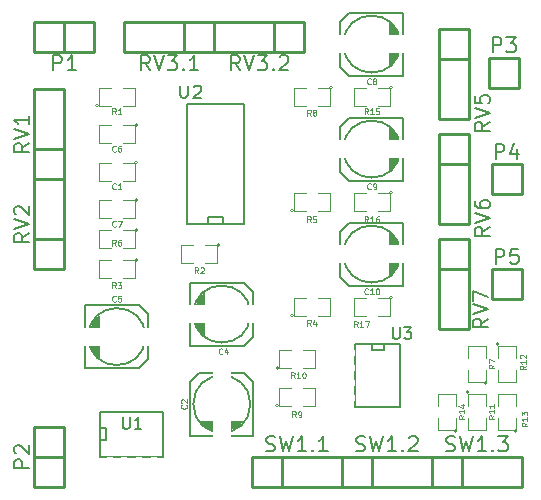
<source format=gto>
%FSLAX46Y46*%
G04 Gerber Fmt 4.6, Leading zero omitted, Abs format (unit mm)*
G04 Created by KiCad (PCBNEW (2014-08-06 BZR 5059)-product) date 24/08/2014 20:45:46*
%MOMM*%
G01*
G04 APERTURE LIST*
%ADD10C,0.100000*%
%ADD11C,0.099060*%
%ADD12C,0.127000*%
%ADD13C,0.254000*%
%ADD14C,0.203200*%
%ADD15C,0.109220*%
%ADD16C,0.119380*%
%ADD17C,0.150000*%
%ADD18R,0.889000X1.397000*%
%ADD19R,2.999740X1.600200*%
%ADD20R,2.032000X2.032000*%
%ADD21O,2.032000X2.032000*%
%ADD22R,2.235200X2.235200*%
%ADD23R,1.397000X0.889000*%
%ADD24R,2.032000X1.727200*%
%ADD25O,2.032000X1.727200*%
%ADD26R,1.727200X2.032000*%
%ADD27O,1.727200X2.032000*%
%ADD28R,1.600000X0.600000*%
%ADD29R,1.600200X2.999740*%
%ADD30R,0.600000X1.600000*%
%ADD31R,1.143000X0.508000*%
G04 APERTURE END LIST*
D10*
D11*
X99568000Y-57658000D02*
G75*
G03X99568000Y-57658000I-127000J0D01*
G74*
G01*
X98298000Y-57658000D02*
X99314000Y-57658000D01*
X99314000Y-57658000D02*
X99314000Y-59182000D01*
X99314000Y-59182000D02*
X98298000Y-59182000D01*
X97282000Y-59182000D02*
X96266000Y-59182000D01*
X96266000Y-59182000D02*
X96266000Y-57658000D01*
X96266000Y-57658000D02*
X97282000Y-57658000D01*
D12*
X104394000Y-69850000D02*
X104394000Y-71247000D01*
X104521000Y-69596000D02*
X104521000Y-71374000D01*
X104648000Y-69215000D02*
X104648000Y-71755000D01*
X104775000Y-71882000D02*
X104775000Y-69088000D01*
X104902000Y-68961000D02*
X104902000Y-72009000D01*
X105029000Y-72136000D02*
X105029000Y-68834000D01*
X105156000Y-68707000D02*
X105156000Y-72263000D01*
X109093000Y-70485000D02*
G75*
G03X109093000Y-70485000I-2413000J0D01*
G74*
G01*
X104013000Y-67818000D02*
X108585000Y-67818000D01*
X108585000Y-67818000D02*
X109347000Y-68580000D01*
X109347000Y-68580000D02*
X109347000Y-72390000D01*
X109347000Y-72390000D02*
X108585000Y-73152000D01*
X108585000Y-73152000D02*
X104013000Y-73152000D01*
X104013000Y-73152000D02*
X104013000Y-67818000D01*
X108839000Y-70485000D02*
X108077000Y-70485000D01*
X108458000Y-70104000D02*
X108458000Y-70866000D01*
X95504000Y-71755000D02*
X95504000Y-73152000D01*
X95631000Y-71501000D02*
X95631000Y-73279000D01*
X95758000Y-71120000D02*
X95758000Y-73660000D01*
X95885000Y-73787000D02*
X95885000Y-70993000D01*
X96012000Y-70866000D02*
X96012000Y-73914000D01*
X96139000Y-74041000D02*
X96139000Y-70739000D01*
X96266000Y-70612000D02*
X96266000Y-74168000D01*
X100203000Y-72390000D02*
G75*
G03X100203000Y-72390000I-2413000J0D01*
G74*
G01*
X95123000Y-69723000D02*
X99695000Y-69723000D01*
X99695000Y-69723000D02*
X100457000Y-70485000D01*
X100457000Y-70485000D02*
X100457000Y-74295000D01*
X100457000Y-74295000D02*
X99695000Y-75057000D01*
X99695000Y-75057000D02*
X95123000Y-75057000D01*
X95123000Y-75057000D02*
X95123000Y-69723000D01*
X99949000Y-72390000D02*
X99187000Y-72390000D01*
X99568000Y-72009000D02*
X99568000Y-72771000D01*
D11*
X99568000Y-54483000D02*
G75*
G03X99568000Y-54483000I-127000J0D01*
G74*
G01*
X98298000Y-54483000D02*
X99314000Y-54483000D01*
X99314000Y-54483000D02*
X99314000Y-56007000D01*
X99314000Y-56007000D02*
X98298000Y-56007000D01*
X97282000Y-56007000D02*
X96266000Y-56007000D01*
X96266000Y-56007000D02*
X96266000Y-54483000D01*
X96266000Y-54483000D02*
X97282000Y-54483000D01*
X99568000Y-60833000D02*
G75*
G03X99568000Y-60833000I-127000J0D01*
G74*
G01*
X98298000Y-60833000D02*
X99314000Y-60833000D01*
X99314000Y-60833000D02*
X99314000Y-62357000D01*
X99314000Y-62357000D02*
X98298000Y-62357000D01*
X97282000Y-62357000D02*
X96266000Y-62357000D01*
X96266000Y-62357000D02*
X96266000Y-60833000D01*
X96266000Y-60833000D02*
X97282000Y-60833000D01*
D12*
X121666000Y-48260000D02*
X121666000Y-46863000D01*
X121539000Y-48514000D02*
X121539000Y-46736000D01*
X121412000Y-48895000D02*
X121412000Y-46355000D01*
X121285000Y-46228000D02*
X121285000Y-49022000D01*
X121158000Y-49149000D02*
X121158000Y-46101000D01*
X121031000Y-45974000D02*
X121031000Y-49276000D01*
X120904000Y-49403000D02*
X120904000Y-45847000D01*
X121793000Y-47625000D02*
G75*
G03X121793000Y-47625000I-2413000J0D01*
G74*
G01*
X122047000Y-50292000D02*
X117475000Y-50292000D01*
X117475000Y-50292000D02*
X116713000Y-49530000D01*
X116713000Y-49530000D02*
X116713000Y-45720000D01*
X116713000Y-45720000D02*
X117475000Y-44958000D01*
X117475000Y-44958000D02*
X122047000Y-44958000D01*
X122047000Y-44958000D02*
X122047000Y-50292000D01*
X117221000Y-47625000D02*
X117983000Y-47625000D01*
X117602000Y-48006000D02*
X117602000Y-47244000D01*
X121666000Y-57150000D02*
X121666000Y-55753000D01*
X121539000Y-57404000D02*
X121539000Y-55626000D01*
X121412000Y-57785000D02*
X121412000Y-55245000D01*
X121285000Y-55118000D02*
X121285000Y-57912000D01*
X121158000Y-58039000D02*
X121158000Y-54991000D01*
X121031000Y-54864000D02*
X121031000Y-58166000D01*
X120904000Y-58293000D02*
X120904000Y-54737000D01*
X121793000Y-56515000D02*
G75*
G03X121793000Y-56515000I-2413000J0D01*
G74*
G01*
X122047000Y-59182000D02*
X117475000Y-59182000D01*
X117475000Y-59182000D02*
X116713000Y-58420000D01*
X116713000Y-58420000D02*
X116713000Y-54610000D01*
X116713000Y-54610000D02*
X117475000Y-53848000D01*
X117475000Y-53848000D02*
X122047000Y-53848000D01*
X122047000Y-53848000D02*
X122047000Y-59182000D01*
X117221000Y-56515000D02*
X117983000Y-56515000D01*
X117602000Y-56896000D02*
X117602000Y-56134000D01*
X121666000Y-66040000D02*
X121666000Y-64643000D01*
X121539000Y-66294000D02*
X121539000Y-64516000D01*
X121412000Y-66675000D02*
X121412000Y-64135000D01*
X121285000Y-64008000D02*
X121285000Y-66802000D01*
X121158000Y-66929000D02*
X121158000Y-63881000D01*
X121031000Y-63754000D02*
X121031000Y-67056000D01*
X120904000Y-67183000D02*
X120904000Y-63627000D01*
X121793000Y-65405000D02*
G75*
G03X121793000Y-65405000I-2413000J0D01*
G74*
G01*
X122047000Y-68072000D02*
X117475000Y-68072000D01*
X117475000Y-68072000D02*
X116713000Y-67310000D01*
X116713000Y-67310000D02*
X116713000Y-63500000D01*
X116713000Y-63500000D02*
X117475000Y-62738000D01*
X117475000Y-62738000D02*
X122047000Y-62738000D01*
X122047000Y-62738000D02*
X122047000Y-68072000D01*
X117221000Y-65405000D02*
X117983000Y-65405000D01*
X117602000Y-65786000D02*
X117602000Y-65024000D01*
D13*
X93345000Y-48260000D02*
X93345000Y-45720000D01*
X95885000Y-48260000D02*
X95885000Y-45720000D01*
X95885000Y-45720000D02*
X93345000Y-45720000D01*
X93345000Y-45720000D02*
X90805000Y-45720000D01*
X90805000Y-45720000D02*
X90805000Y-48260000D01*
X90805000Y-48260000D02*
X95885000Y-48260000D01*
X90805000Y-82550000D02*
X93345000Y-82550000D01*
X90805000Y-85090000D02*
X93345000Y-85090000D01*
X93345000Y-85090000D02*
X93345000Y-82550000D01*
X93345000Y-82550000D02*
X93345000Y-80010000D01*
X93345000Y-80010000D02*
X90805000Y-80010000D01*
X90805000Y-80010000D02*
X90805000Y-85090000D01*
X129286000Y-48768000D02*
X129286000Y-51308000D01*
X129286000Y-51308000D02*
X131826000Y-51308000D01*
X131826000Y-51308000D02*
X131826000Y-48768000D01*
X131826000Y-48768000D02*
X129286000Y-48768000D01*
X129540000Y-57785000D02*
X129540000Y-60325000D01*
X129540000Y-60325000D02*
X132080000Y-60325000D01*
X132080000Y-60325000D02*
X132080000Y-57785000D01*
X132080000Y-57785000D02*
X129540000Y-57785000D01*
X129540000Y-66675000D02*
X129540000Y-69215000D01*
X129540000Y-69215000D02*
X132080000Y-69215000D01*
X132080000Y-69215000D02*
X132080000Y-66675000D01*
X132080000Y-66675000D02*
X129540000Y-66675000D01*
D11*
X96266000Y-52832000D02*
G75*
G03X96266000Y-52832000I-127000J0D01*
G74*
G01*
X97282000Y-52832000D02*
X96266000Y-52832000D01*
X96266000Y-52832000D02*
X96266000Y-51308000D01*
X96266000Y-51308000D02*
X97282000Y-51308000D01*
X98298000Y-51308000D02*
X99314000Y-51308000D01*
X99314000Y-51308000D02*
X99314000Y-52832000D01*
X99314000Y-52832000D02*
X98298000Y-52832000D01*
X106553000Y-64643000D02*
G75*
G03X106553000Y-64643000I-127000J0D01*
G74*
G01*
X105283000Y-64643000D02*
X106299000Y-64643000D01*
X106299000Y-64643000D02*
X106299000Y-66167000D01*
X106299000Y-66167000D02*
X105283000Y-66167000D01*
X104267000Y-66167000D02*
X103251000Y-66167000D01*
X103251000Y-66167000D02*
X103251000Y-64643000D01*
X103251000Y-64643000D02*
X104267000Y-64643000D01*
X99568000Y-65913000D02*
G75*
G03X99568000Y-65913000I-127000J0D01*
G74*
G01*
X98298000Y-65913000D02*
X99314000Y-65913000D01*
X99314000Y-65913000D02*
X99314000Y-67437000D01*
X99314000Y-67437000D02*
X98298000Y-67437000D01*
X97282000Y-67437000D02*
X96266000Y-67437000D01*
X96266000Y-67437000D02*
X96266000Y-65913000D01*
X96266000Y-65913000D02*
X97282000Y-65913000D01*
X112776000Y-70612000D02*
G75*
G03X112776000Y-70612000I-127000J0D01*
G74*
G01*
X113792000Y-70612000D02*
X112776000Y-70612000D01*
X112776000Y-70612000D02*
X112776000Y-69088000D01*
X112776000Y-69088000D02*
X113792000Y-69088000D01*
X114808000Y-69088000D02*
X115824000Y-69088000D01*
X115824000Y-69088000D02*
X115824000Y-70612000D01*
X115824000Y-70612000D02*
X114808000Y-70612000D01*
X112776000Y-61722000D02*
G75*
G03X112776000Y-61722000I-127000J0D01*
G74*
G01*
X113792000Y-61722000D02*
X112776000Y-61722000D01*
X112776000Y-61722000D02*
X112776000Y-60198000D01*
X112776000Y-60198000D02*
X113792000Y-60198000D01*
X114808000Y-60198000D02*
X115824000Y-60198000D01*
X115824000Y-60198000D02*
X115824000Y-61722000D01*
X115824000Y-61722000D02*
X114808000Y-61722000D01*
X99568000Y-63373000D02*
G75*
G03X99568000Y-63373000I-127000J0D01*
G74*
G01*
X98298000Y-63373000D02*
X99314000Y-63373000D01*
X99314000Y-63373000D02*
X99314000Y-64897000D01*
X99314000Y-64897000D02*
X98298000Y-64897000D01*
X97282000Y-64897000D02*
X96266000Y-64897000D01*
X96266000Y-64897000D02*
X96266000Y-63373000D01*
X96266000Y-63373000D02*
X97282000Y-63373000D01*
X129159000Y-76327000D02*
G75*
G03X129159000Y-76327000I-127000J0D01*
G74*
G01*
X129032000Y-75184000D02*
X129032000Y-76200000D01*
X129032000Y-76200000D02*
X127508000Y-76200000D01*
X127508000Y-76200000D02*
X127508000Y-75184000D01*
X127508000Y-74168000D02*
X127508000Y-73152000D01*
X127508000Y-73152000D02*
X129032000Y-73152000D01*
X129032000Y-73152000D02*
X129032000Y-74168000D01*
X116078000Y-51308000D02*
G75*
G03X116078000Y-51308000I-127000J0D01*
G74*
G01*
X114808000Y-51308000D02*
X115824000Y-51308000D01*
X115824000Y-51308000D02*
X115824000Y-52832000D01*
X115824000Y-52832000D02*
X114808000Y-52832000D01*
X113792000Y-52832000D02*
X112776000Y-52832000D01*
X112776000Y-52832000D02*
X112776000Y-51308000D01*
X112776000Y-51308000D02*
X113792000Y-51308000D01*
X111506000Y-78232000D02*
G75*
G03X111506000Y-78232000I-127000J0D01*
G74*
G01*
X112522000Y-78232000D02*
X111506000Y-78232000D01*
X111506000Y-78232000D02*
X111506000Y-76708000D01*
X111506000Y-76708000D02*
X112522000Y-76708000D01*
X113538000Y-76708000D02*
X114554000Y-76708000D01*
X114554000Y-76708000D02*
X114554000Y-78232000D01*
X114554000Y-78232000D02*
X113538000Y-78232000D01*
X111506000Y-75057000D02*
G75*
G03X111506000Y-75057000I-127000J0D01*
G74*
G01*
X112522000Y-75057000D02*
X111506000Y-75057000D01*
X111506000Y-75057000D02*
X111506000Y-73533000D01*
X111506000Y-73533000D02*
X112522000Y-73533000D01*
X113538000Y-73533000D02*
X114554000Y-73533000D01*
X114554000Y-73533000D02*
X114554000Y-75057000D01*
X114554000Y-75057000D02*
X113538000Y-75057000D01*
X127635000Y-77089000D02*
G75*
G03X127635000Y-77089000I-127000J0D01*
G74*
G01*
X127508000Y-78232000D02*
X127508000Y-77216000D01*
X127508000Y-77216000D02*
X129032000Y-77216000D01*
X129032000Y-77216000D02*
X129032000Y-78232000D01*
X129032000Y-79248000D02*
X129032000Y-80264000D01*
X129032000Y-80264000D02*
X127508000Y-80264000D01*
X127508000Y-80264000D02*
X127508000Y-79248000D01*
X130175000Y-73025000D02*
G75*
G03X130175000Y-73025000I-127000J0D01*
G74*
G01*
X130048000Y-74168000D02*
X130048000Y-73152000D01*
X130048000Y-73152000D02*
X131572000Y-73152000D01*
X131572000Y-73152000D02*
X131572000Y-74168000D01*
X131572000Y-75184000D02*
X131572000Y-76200000D01*
X131572000Y-76200000D02*
X130048000Y-76200000D01*
X130048000Y-76200000D02*
X130048000Y-75184000D01*
X131699000Y-80391000D02*
G75*
G03X131699000Y-80391000I-127000J0D01*
G74*
G01*
X131572000Y-79248000D02*
X131572000Y-80264000D01*
X131572000Y-80264000D02*
X130048000Y-80264000D01*
X130048000Y-80264000D02*
X130048000Y-79248000D01*
X130048000Y-78232000D02*
X130048000Y-77216000D01*
X130048000Y-77216000D02*
X131572000Y-77216000D01*
X131572000Y-77216000D02*
X131572000Y-78232000D01*
X126619000Y-80391000D02*
G75*
G03X126619000Y-80391000I-127000J0D01*
G74*
G01*
X126492000Y-79248000D02*
X126492000Y-80264000D01*
X126492000Y-80264000D02*
X124968000Y-80264000D01*
X124968000Y-80264000D02*
X124968000Y-79248000D01*
X124968000Y-78232000D02*
X124968000Y-77216000D01*
X124968000Y-77216000D02*
X126492000Y-77216000D01*
X126492000Y-77216000D02*
X126492000Y-78232000D01*
X121158000Y-51308000D02*
G75*
G03X121158000Y-51308000I-127000J0D01*
G74*
G01*
X119888000Y-51308000D02*
X120904000Y-51308000D01*
X120904000Y-51308000D02*
X120904000Y-52832000D01*
X120904000Y-52832000D02*
X119888000Y-52832000D01*
X118872000Y-52832000D02*
X117856000Y-52832000D01*
X117856000Y-52832000D02*
X117856000Y-51308000D01*
X117856000Y-51308000D02*
X118872000Y-51308000D01*
X121158000Y-60198000D02*
G75*
G03X121158000Y-60198000I-127000J0D01*
G74*
G01*
X119888000Y-60198000D02*
X120904000Y-60198000D01*
X120904000Y-60198000D02*
X120904000Y-61722000D01*
X120904000Y-61722000D02*
X119888000Y-61722000D01*
X118872000Y-61722000D02*
X117856000Y-61722000D01*
X117856000Y-61722000D02*
X117856000Y-60198000D01*
X117856000Y-60198000D02*
X118872000Y-60198000D01*
X121158000Y-69088000D02*
G75*
G03X121158000Y-69088000I-127000J0D01*
G74*
G01*
X119888000Y-69088000D02*
X120904000Y-69088000D01*
X120904000Y-69088000D02*
X120904000Y-70612000D01*
X120904000Y-70612000D02*
X119888000Y-70612000D01*
X118872000Y-70612000D02*
X117856000Y-70612000D01*
X117856000Y-70612000D02*
X117856000Y-69088000D01*
X117856000Y-69088000D02*
X118872000Y-69088000D01*
D13*
X93345000Y-56515000D02*
X93345000Y-51435000D01*
X93345000Y-51435000D02*
X90805000Y-51435000D01*
X90805000Y-51435000D02*
X90805000Y-56515000D01*
X90805000Y-59055000D02*
X90805000Y-56515000D01*
X90805000Y-56515000D02*
X93345000Y-56515000D01*
X90805000Y-59055000D02*
X93345000Y-59055000D01*
X93345000Y-59055000D02*
X93345000Y-56515000D01*
X93345000Y-64135000D02*
X93345000Y-59055000D01*
X93345000Y-59055000D02*
X90805000Y-59055000D01*
X90805000Y-59055000D02*
X90805000Y-64135000D01*
X90805000Y-66675000D02*
X90805000Y-64135000D01*
X90805000Y-64135000D02*
X93345000Y-64135000D01*
X90805000Y-66675000D02*
X93345000Y-66675000D01*
X93345000Y-66675000D02*
X93345000Y-64135000D01*
X103505000Y-45720000D02*
X98425000Y-45720000D01*
X98425000Y-45720000D02*
X98425000Y-48260000D01*
X98425000Y-48260000D02*
X103505000Y-48260000D01*
X106045000Y-48260000D02*
X103505000Y-48260000D01*
X103505000Y-48260000D02*
X103505000Y-45720000D01*
X106045000Y-48260000D02*
X106045000Y-45720000D01*
X106045000Y-45720000D02*
X103505000Y-45720000D01*
X111125000Y-45720000D02*
X106045000Y-45720000D01*
X106045000Y-45720000D02*
X106045000Y-48260000D01*
X106045000Y-48260000D02*
X111125000Y-48260000D01*
X113665000Y-48260000D02*
X111125000Y-48260000D01*
X111125000Y-48260000D02*
X111125000Y-45720000D01*
X113665000Y-48260000D02*
X113665000Y-45720000D01*
X113665000Y-45720000D02*
X111125000Y-45720000D01*
X125095000Y-48895000D02*
X125095000Y-53975000D01*
X125095000Y-53975000D02*
X127635000Y-53975000D01*
X127635000Y-53975000D02*
X127635000Y-48895000D01*
X127635000Y-46355000D02*
X127635000Y-48895000D01*
X127635000Y-48895000D02*
X125095000Y-48895000D01*
X127635000Y-46355000D02*
X125095000Y-46355000D01*
X125095000Y-46355000D02*
X125095000Y-48895000D01*
X125095000Y-57785000D02*
X125095000Y-62865000D01*
X125095000Y-62865000D02*
X127635000Y-62865000D01*
X127635000Y-62865000D02*
X127635000Y-57785000D01*
X127635000Y-55245000D02*
X127635000Y-57785000D01*
X127635000Y-57785000D02*
X125095000Y-57785000D01*
X127635000Y-55245000D02*
X125095000Y-55245000D01*
X125095000Y-55245000D02*
X125095000Y-57785000D01*
X125095000Y-66675000D02*
X125095000Y-71755000D01*
X125095000Y-71755000D02*
X127635000Y-71755000D01*
X127635000Y-71755000D02*
X127635000Y-66675000D01*
X127635000Y-64135000D02*
X127635000Y-66675000D01*
X127635000Y-66675000D02*
X125095000Y-66675000D01*
X127635000Y-64135000D02*
X125095000Y-64135000D01*
X125095000Y-64135000D02*
X125095000Y-66675000D01*
D12*
X118110000Y-73025000D02*
X117983000Y-73025000D01*
X117983000Y-73025000D02*
X117983000Y-78359000D01*
X121793000Y-78359000D02*
X121793000Y-73025000D01*
X121793000Y-73025000D02*
X118110000Y-73025000D01*
X120396000Y-73025000D02*
X120396000Y-73533000D01*
X120396000Y-73533000D02*
X119380000Y-73533000D01*
X119380000Y-73533000D02*
X119380000Y-73025000D01*
X121793000Y-78359000D02*
X117983000Y-78359000D01*
X106045000Y-80391000D02*
X107442000Y-80391000D01*
X105791000Y-80264000D02*
X107569000Y-80264000D01*
X105410000Y-80137000D02*
X107950000Y-80137000D01*
X108077000Y-80010000D02*
X105283000Y-80010000D01*
X105156000Y-79883000D02*
X108204000Y-79883000D01*
X108331000Y-79756000D02*
X105029000Y-79756000D01*
X104902000Y-79629000D02*
X108458000Y-79629000D01*
X109093000Y-78105000D02*
G75*
G03X109093000Y-78105000I-2413000J0D01*
G74*
G01*
X104013000Y-80772000D02*
X104013000Y-76200000D01*
X104013000Y-76200000D02*
X104775000Y-75438000D01*
X104775000Y-75438000D02*
X108585000Y-75438000D01*
X108585000Y-75438000D02*
X109347000Y-76200000D01*
X109347000Y-76200000D02*
X109347000Y-80772000D01*
X109347000Y-80772000D02*
X104013000Y-80772000D01*
X106680000Y-75946000D02*
X106680000Y-76708000D01*
X106299000Y-76327000D02*
X107061000Y-76327000D01*
D13*
X111760000Y-85090000D02*
X116840000Y-85090000D01*
X116840000Y-85090000D02*
X116840000Y-82550000D01*
X116840000Y-82550000D02*
X111760000Y-82550000D01*
X109220000Y-82550000D02*
X111760000Y-82550000D01*
X111760000Y-82550000D02*
X111760000Y-85090000D01*
X109220000Y-82550000D02*
X109220000Y-85090000D01*
X109220000Y-85090000D02*
X111760000Y-85090000D01*
X119380000Y-85090000D02*
X124460000Y-85090000D01*
X124460000Y-85090000D02*
X124460000Y-82550000D01*
X124460000Y-82550000D02*
X119380000Y-82550000D01*
X116840000Y-82550000D02*
X119380000Y-82550000D01*
X119380000Y-82550000D02*
X119380000Y-85090000D01*
X116840000Y-82550000D02*
X116840000Y-85090000D01*
X116840000Y-85090000D02*
X119380000Y-85090000D01*
X127000000Y-85090000D02*
X132080000Y-85090000D01*
X132080000Y-85090000D02*
X132080000Y-82550000D01*
X132080000Y-82550000D02*
X127000000Y-82550000D01*
X124460000Y-82550000D02*
X127000000Y-82550000D01*
X127000000Y-82550000D02*
X127000000Y-85090000D01*
X124460000Y-82550000D02*
X124460000Y-85090000D01*
X124460000Y-85090000D02*
X127000000Y-85090000D01*
D12*
X96393000Y-82423000D02*
X96393000Y-82550000D01*
X96393000Y-82550000D02*
X101727000Y-82550000D01*
X101727000Y-78740000D02*
X96393000Y-78740000D01*
X96393000Y-78740000D02*
X96393000Y-82423000D01*
X96393000Y-80137000D02*
X96901000Y-80137000D01*
X96901000Y-80137000D02*
X96901000Y-81153000D01*
X96901000Y-81153000D02*
X96393000Y-81153000D01*
X101727000Y-78740000D02*
X101727000Y-82550000D01*
D14*
X103759000Y-52705000D02*
X108585000Y-52705000D01*
X108585000Y-52705000D02*
X108585000Y-62865000D01*
X108585000Y-62865000D02*
X103759000Y-62865000D01*
X103759000Y-62865000D02*
X103759000Y-52705000D01*
X105537000Y-62865000D02*
X105537000Y-62230000D01*
X105537000Y-62230000D02*
X106807000Y-62230000D01*
X106807000Y-62230000D02*
X106807000Y-62865000D01*
D15*
X97706604Y-59868707D02*
X97682776Y-59892535D01*
X97611293Y-59916362D01*
X97563638Y-59916362D01*
X97492155Y-59892535D01*
X97444500Y-59844880D01*
X97420672Y-59797224D01*
X97396844Y-59701914D01*
X97396844Y-59630431D01*
X97420672Y-59535120D01*
X97444500Y-59487465D01*
X97492155Y-59439810D01*
X97563638Y-59415982D01*
X97611293Y-59415982D01*
X97682776Y-59439810D01*
X97706604Y-59463638D01*
X98183156Y-59916362D02*
X97897224Y-59916362D01*
X98040190Y-59916362D02*
X98040190Y-59415982D01*
X97992535Y-59487465D01*
X97944880Y-59535120D01*
X97897224Y-59558948D01*
D16*
X106723604Y-73838707D02*
X106699776Y-73862535D01*
X106628293Y-73886362D01*
X106580638Y-73886362D01*
X106509155Y-73862535D01*
X106461500Y-73814880D01*
X106437672Y-73767224D01*
X106413844Y-73671914D01*
X106413844Y-73600431D01*
X106437672Y-73505120D01*
X106461500Y-73457465D01*
X106509155Y-73409810D01*
X106580638Y-73385982D01*
X106628293Y-73385982D01*
X106699776Y-73409810D01*
X106723604Y-73433638D01*
X107152501Y-73552776D02*
X107152501Y-73886362D01*
X107033363Y-73362155D02*
X106914224Y-73719569D01*
X107223984Y-73719569D01*
X97706604Y-69393707D02*
X97682776Y-69417535D01*
X97611293Y-69441362D01*
X97563638Y-69441362D01*
X97492155Y-69417535D01*
X97444500Y-69369880D01*
X97420672Y-69322224D01*
X97396844Y-69226914D01*
X97396844Y-69155431D01*
X97420672Y-69060120D01*
X97444500Y-69012465D01*
X97492155Y-68964810D01*
X97563638Y-68940982D01*
X97611293Y-68940982D01*
X97682776Y-68964810D01*
X97706604Y-68988638D01*
X98159328Y-68940982D02*
X97921052Y-68940982D01*
X97897224Y-69179259D01*
X97921052Y-69155431D01*
X97968707Y-69131603D01*
X98087845Y-69131603D01*
X98135501Y-69155431D01*
X98159328Y-69179259D01*
X98183156Y-69226914D01*
X98183156Y-69346052D01*
X98159328Y-69393707D01*
X98135501Y-69417535D01*
X98087845Y-69441362D01*
X97968707Y-69441362D01*
X97921052Y-69417535D01*
X97897224Y-69393707D01*
D15*
X97706604Y-56693707D02*
X97682776Y-56717535D01*
X97611293Y-56741362D01*
X97563638Y-56741362D01*
X97492155Y-56717535D01*
X97444500Y-56669880D01*
X97420672Y-56622224D01*
X97396844Y-56526914D01*
X97396844Y-56455431D01*
X97420672Y-56360120D01*
X97444500Y-56312465D01*
X97492155Y-56264810D01*
X97563638Y-56240982D01*
X97611293Y-56240982D01*
X97682776Y-56264810D01*
X97706604Y-56288638D01*
X98135501Y-56240982D02*
X98040190Y-56240982D01*
X97992535Y-56264810D01*
X97968707Y-56288638D01*
X97921052Y-56360120D01*
X97897224Y-56455431D01*
X97897224Y-56646052D01*
X97921052Y-56693707D01*
X97944880Y-56717535D01*
X97992535Y-56741362D01*
X98087845Y-56741362D01*
X98135501Y-56717535D01*
X98159328Y-56693707D01*
X98183156Y-56646052D01*
X98183156Y-56526914D01*
X98159328Y-56479259D01*
X98135501Y-56455431D01*
X98087845Y-56431603D01*
X97992535Y-56431603D01*
X97944880Y-56455431D01*
X97921052Y-56479259D01*
X97897224Y-56526914D01*
X97706604Y-63043707D02*
X97682776Y-63067535D01*
X97611293Y-63091362D01*
X97563638Y-63091362D01*
X97492155Y-63067535D01*
X97444500Y-63019880D01*
X97420672Y-62972224D01*
X97396844Y-62876914D01*
X97396844Y-62805431D01*
X97420672Y-62710120D01*
X97444500Y-62662465D01*
X97492155Y-62614810D01*
X97563638Y-62590982D01*
X97611293Y-62590982D01*
X97682776Y-62614810D01*
X97706604Y-62638638D01*
X97873397Y-62590982D02*
X98206984Y-62590982D01*
X97992535Y-63091362D01*
D16*
X119296604Y-50978707D02*
X119272776Y-51002535D01*
X119201293Y-51026362D01*
X119153638Y-51026362D01*
X119082155Y-51002535D01*
X119034500Y-50954880D01*
X119010672Y-50907224D01*
X118986844Y-50811914D01*
X118986844Y-50740431D01*
X119010672Y-50645120D01*
X119034500Y-50597465D01*
X119082155Y-50549810D01*
X119153638Y-50525982D01*
X119201293Y-50525982D01*
X119272776Y-50549810D01*
X119296604Y-50573638D01*
X119582535Y-50740431D02*
X119534880Y-50716603D01*
X119511052Y-50692776D01*
X119487224Y-50645120D01*
X119487224Y-50621293D01*
X119511052Y-50573638D01*
X119534880Y-50549810D01*
X119582535Y-50525982D01*
X119677845Y-50525982D01*
X119725501Y-50549810D01*
X119749328Y-50573638D01*
X119773156Y-50621293D01*
X119773156Y-50645120D01*
X119749328Y-50692776D01*
X119725501Y-50716603D01*
X119677845Y-50740431D01*
X119582535Y-50740431D01*
X119534880Y-50764259D01*
X119511052Y-50788086D01*
X119487224Y-50835741D01*
X119487224Y-50931052D01*
X119511052Y-50978707D01*
X119534880Y-51002535D01*
X119582535Y-51026362D01*
X119677845Y-51026362D01*
X119725501Y-51002535D01*
X119749328Y-50978707D01*
X119773156Y-50931052D01*
X119773156Y-50835741D01*
X119749328Y-50788086D01*
X119725501Y-50764259D01*
X119677845Y-50740431D01*
X119296604Y-59868707D02*
X119272776Y-59892535D01*
X119201293Y-59916362D01*
X119153638Y-59916362D01*
X119082155Y-59892535D01*
X119034500Y-59844880D01*
X119010672Y-59797224D01*
X118986844Y-59701914D01*
X118986844Y-59630431D01*
X119010672Y-59535120D01*
X119034500Y-59487465D01*
X119082155Y-59439810D01*
X119153638Y-59415982D01*
X119201293Y-59415982D01*
X119272776Y-59439810D01*
X119296604Y-59463638D01*
X119534880Y-59916362D02*
X119630190Y-59916362D01*
X119677845Y-59892535D01*
X119701673Y-59868707D01*
X119749328Y-59797224D01*
X119773156Y-59701914D01*
X119773156Y-59511293D01*
X119749328Y-59463638D01*
X119725501Y-59439810D01*
X119677845Y-59415982D01*
X119582535Y-59415982D01*
X119534880Y-59439810D01*
X119511052Y-59463638D01*
X119487224Y-59511293D01*
X119487224Y-59630431D01*
X119511052Y-59678086D01*
X119534880Y-59701914D01*
X119582535Y-59725741D01*
X119677845Y-59725741D01*
X119725501Y-59701914D01*
X119749328Y-59678086D01*
X119773156Y-59630431D01*
X119058328Y-68758707D02*
X119034500Y-68782535D01*
X118963017Y-68806362D01*
X118915362Y-68806362D01*
X118843879Y-68782535D01*
X118796224Y-68734880D01*
X118772396Y-68687224D01*
X118748568Y-68591914D01*
X118748568Y-68520431D01*
X118772396Y-68425120D01*
X118796224Y-68377465D01*
X118843879Y-68329810D01*
X118915362Y-68305982D01*
X118963017Y-68305982D01*
X119034500Y-68329810D01*
X119058328Y-68353638D01*
X119534880Y-68806362D02*
X119248948Y-68806362D01*
X119391914Y-68806362D02*
X119391914Y-68305982D01*
X119344259Y-68377465D01*
X119296604Y-68425120D01*
X119248948Y-68448948D01*
X119844639Y-68305982D02*
X119892294Y-68305982D01*
X119939949Y-68329810D01*
X119963777Y-68353638D01*
X119987604Y-68401293D01*
X120011432Y-68496603D01*
X120011432Y-68615741D01*
X119987604Y-68711052D01*
X119963777Y-68758707D01*
X119939949Y-68782535D01*
X119892294Y-68806362D01*
X119844639Y-68806362D01*
X119796983Y-68782535D01*
X119773156Y-68758707D01*
X119749328Y-68711052D01*
X119725500Y-68615741D01*
X119725500Y-68496603D01*
X119749328Y-68401293D01*
X119773156Y-68353638D01*
X119796983Y-68329810D01*
X119844639Y-68305982D01*
D14*
X92407619Y-49850524D02*
X92407619Y-48580524D01*
X92891428Y-48580524D01*
X93012381Y-48641000D01*
X93072857Y-48701476D01*
X93133333Y-48822429D01*
X93133333Y-49003857D01*
X93072857Y-49124810D01*
X93012381Y-49185286D01*
X92891428Y-49245762D01*
X92407619Y-49245762D01*
X94342857Y-49850524D02*
X93617143Y-49850524D01*
X93980000Y-49850524D02*
X93980000Y-48580524D01*
X93859048Y-48761952D01*
X93738095Y-48882905D01*
X93617143Y-48943381D01*
X90363524Y-83487381D02*
X89093524Y-83487381D01*
X89093524Y-83003572D01*
X89154000Y-82882619D01*
X89214476Y-82822143D01*
X89335429Y-82761667D01*
X89516857Y-82761667D01*
X89637810Y-82822143D01*
X89698286Y-82882619D01*
X89758762Y-83003572D01*
X89758762Y-83487381D01*
X89214476Y-82277857D02*
X89154000Y-82217381D01*
X89093524Y-82096429D01*
X89093524Y-81794048D01*
X89154000Y-81673095D01*
X89214476Y-81612619D01*
X89335429Y-81552143D01*
X89456381Y-81552143D01*
X89637810Y-81612619D01*
X90363524Y-82338333D01*
X90363524Y-81552143D01*
X129618619Y-48326524D02*
X129618619Y-47056524D01*
X130102428Y-47056524D01*
X130223381Y-47117000D01*
X130283857Y-47177476D01*
X130344333Y-47298429D01*
X130344333Y-47479857D01*
X130283857Y-47600810D01*
X130223381Y-47661286D01*
X130102428Y-47721762D01*
X129618619Y-47721762D01*
X130767667Y-47056524D02*
X131553857Y-47056524D01*
X131130524Y-47540333D01*
X131311952Y-47540333D01*
X131432905Y-47600810D01*
X131493381Y-47661286D01*
X131553857Y-47782238D01*
X131553857Y-48084619D01*
X131493381Y-48205571D01*
X131432905Y-48266048D01*
X131311952Y-48326524D01*
X130949095Y-48326524D01*
X130828143Y-48266048D01*
X130767667Y-48205571D01*
X129872619Y-57343524D02*
X129872619Y-56073524D01*
X130356428Y-56073524D01*
X130477381Y-56134000D01*
X130537857Y-56194476D01*
X130598333Y-56315429D01*
X130598333Y-56496857D01*
X130537857Y-56617810D01*
X130477381Y-56678286D01*
X130356428Y-56738762D01*
X129872619Y-56738762D01*
X131686905Y-56496857D02*
X131686905Y-57343524D01*
X131384524Y-56013048D02*
X131082143Y-56920190D01*
X131868333Y-56920190D01*
X129872619Y-66233524D02*
X129872619Y-64963524D01*
X130356428Y-64963524D01*
X130477381Y-65024000D01*
X130537857Y-65084476D01*
X130598333Y-65205429D01*
X130598333Y-65386857D01*
X130537857Y-65507810D01*
X130477381Y-65568286D01*
X130356428Y-65628762D01*
X129872619Y-65628762D01*
X131747381Y-64963524D02*
X131142619Y-64963524D01*
X131082143Y-65568286D01*
X131142619Y-65507810D01*
X131263571Y-65447333D01*
X131565952Y-65447333D01*
X131686905Y-65507810D01*
X131747381Y-65568286D01*
X131807857Y-65689238D01*
X131807857Y-65991619D01*
X131747381Y-66112571D01*
X131686905Y-66173048D01*
X131565952Y-66233524D01*
X131263571Y-66233524D01*
X131142619Y-66173048D01*
X131082143Y-66112571D01*
D15*
X97706604Y-53566362D02*
X97539810Y-53328086D01*
X97420672Y-53566362D02*
X97420672Y-53065982D01*
X97611293Y-53065982D01*
X97658948Y-53089810D01*
X97682776Y-53113638D01*
X97706604Y-53161293D01*
X97706604Y-53232776D01*
X97682776Y-53280431D01*
X97658948Y-53304259D01*
X97611293Y-53328086D01*
X97420672Y-53328086D01*
X98183156Y-53566362D02*
X97897224Y-53566362D01*
X98040190Y-53566362D02*
X98040190Y-53065982D01*
X97992535Y-53137465D01*
X97944880Y-53185120D01*
X97897224Y-53208948D01*
X104691604Y-67028362D02*
X104524810Y-66790086D01*
X104405672Y-67028362D02*
X104405672Y-66527982D01*
X104596293Y-66527982D01*
X104643948Y-66551810D01*
X104667776Y-66575638D01*
X104691604Y-66623293D01*
X104691604Y-66694776D01*
X104667776Y-66742431D01*
X104643948Y-66766259D01*
X104596293Y-66790086D01*
X104405672Y-66790086D01*
X104882224Y-66575638D02*
X104906052Y-66551810D01*
X104953707Y-66527982D01*
X105072845Y-66527982D01*
X105120501Y-66551810D01*
X105144328Y-66575638D01*
X105168156Y-66623293D01*
X105168156Y-66670948D01*
X105144328Y-66742431D01*
X104858397Y-67028362D01*
X105168156Y-67028362D01*
X97706604Y-68298362D02*
X97539810Y-68060086D01*
X97420672Y-68298362D02*
X97420672Y-67797982D01*
X97611293Y-67797982D01*
X97658948Y-67821810D01*
X97682776Y-67845638D01*
X97706604Y-67893293D01*
X97706604Y-67964776D01*
X97682776Y-68012431D01*
X97658948Y-68036259D01*
X97611293Y-68060086D01*
X97420672Y-68060086D01*
X97873397Y-67797982D02*
X98183156Y-67797982D01*
X98016363Y-67988603D01*
X98087845Y-67988603D01*
X98135501Y-68012431D01*
X98159328Y-68036259D01*
X98183156Y-68083914D01*
X98183156Y-68203052D01*
X98159328Y-68250707D01*
X98135501Y-68274535D01*
X98087845Y-68298362D01*
X97944880Y-68298362D01*
X97897224Y-68274535D01*
X97873397Y-68250707D01*
X114216604Y-71473362D02*
X114049810Y-71235086D01*
X113930672Y-71473362D02*
X113930672Y-70972982D01*
X114121293Y-70972982D01*
X114168948Y-70996810D01*
X114192776Y-71020638D01*
X114216604Y-71068293D01*
X114216604Y-71139776D01*
X114192776Y-71187431D01*
X114168948Y-71211259D01*
X114121293Y-71235086D01*
X113930672Y-71235086D01*
X114645501Y-71139776D02*
X114645501Y-71473362D01*
X114526363Y-70949155D02*
X114407224Y-71306569D01*
X114716984Y-71306569D01*
X114216604Y-62710362D02*
X114049810Y-62472086D01*
X113930672Y-62710362D02*
X113930672Y-62209982D01*
X114121293Y-62209982D01*
X114168948Y-62233810D01*
X114192776Y-62257638D01*
X114216604Y-62305293D01*
X114216604Y-62376776D01*
X114192776Y-62424431D01*
X114168948Y-62448259D01*
X114121293Y-62472086D01*
X113930672Y-62472086D01*
X114669328Y-62209982D02*
X114431052Y-62209982D01*
X114407224Y-62448259D01*
X114431052Y-62424431D01*
X114478707Y-62400603D01*
X114597845Y-62400603D01*
X114645501Y-62424431D01*
X114669328Y-62448259D01*
X114693156Y-62495914D01*
X114693156Y-62615052D01*
X114669328Y-62662707D01*
X114645501Y-62686535D01*
X114597845Y-62710362D01*
X114478707Y-62710362D01*
X114431052Y-62686535D01*
X114407224Y-62662707D01*
X97706604Y-64678862D02*
X97539810Y-64440586D01*
X97420672Y-64678862D02*
X97420672Y-64178482D01*
X97611293Y-64178482D01*
X97658948Y-64202310D01*
X97682776Y-64226138D01*
X97706604Y-64273793D01*
X97706604Y-64345276D01*
X97682776Y-64392931D01*
X97658948Y-64416759D01*
X97611293Y-64440586D01*
X97420672Y-64440586D01*
X98135501Y-64178482D02*
X98040190Y-64178482D01*
X97992535Y-64202310D01*
X97968707Y-64226138D01*
X97921052Y-64297620D01*
X97897224Y-64392931D01*
X97897224Y-64583552D01*
X97921052Y-64631207D01*
X97944880Y-64655035D01*
X97992535Y-64678862D01*
X98087845Y-64678862D01*
X98135501Y-64655035D01*
X98159328Y-64631207D01*
X98183156Y-64583552D01*
X98183156Y-64464414D01*
X98159328Y-64416759D01*
X98135501Y-64392931D01*
X98087845Y-64369103D01*
X97992535Y-64369103D01*
X97944880Y-64392931D01*
X97921052Y-64416759D01*
X97897224Y-64464414D01*
X129766362Y-74759396D02*
X129528086Y-74926190D01*
X129766362Y-75045328D02*
X129265982Y-75045328D01*
X129265982Y-74854707D01*
X129289810Y-74807052D01*
X129313638Y-74783224D01*
X129361293Y-74759396D01*
X129432776Y-74759396D01*
X129480431Y-74783224D01*
X129504259Y-74807052D01*
X129528086Y-74854707D01*
X129528086Y-75045328D01*
X129265982Y-74592603D02*
X129265982Y-74259016D01*
X129766362Y-74473465D01*
X114216604Y-53693362D02*
X114049810Y-53455086D01*
X113930672Y-53693362D02*
X113930672Y-53192982D01*
X114121293Y-53192982D01*
X114168948Y-53216810D01*
X114192776Y-53240638D01*
X114216604Y-53288293D01*
X114216604Y-53359776D01*
X114192776Y-53407431D01*
X114168948Y-53431259D01*
X114121293Y-53455086D01*
X113930672Y-53455086D01*
X114502535Y-53407431D02*
X114454880Y-53383603D01*
X114431052Y-53359776D01*
X114407224Y-53312120D01*
X114407224Y-53288293D01*
X114431052Y-53240638D01*
X114454880Y-53216810D01*
X114502535Y-53192982D01*
X114597845Y-53192982D01*
X114645501Y-53216810D01*
X114669328Y-53240638D01*
X114693156Y-53288293D01*
X114693156Y-53312120D01*
X114669328Y-53359776D01*
X114645501Y-53383603D01*
X114597845Y-53407431D01*
X114502535Y-53407431D01*
X114454880Y-53431259D01*
X114431052Y-53455086D01*
X114407224Y-53502741D01*
X114407224Y-53598052D01*
X114431052Y-53645707D01*
X114454880Y-53669535D01*
X114502535Y-53693362D01*
X114597845Y-53693362D01*
X114645501Y-53669535D01*
X114669328Y-53645707D01*
X114693156Y-53598052D01*
X114693156Y-53502741D01*
X114669328Y-53455086D01*
X114645501Y-53431259D01*
X114597845Y-53407431D01*
X112946604Y-79220362D02*
X112779810Y-78982086D01*
X112660672Y-79220362D02*
X112660672Y-78719982D01*
X112851293Y-78719982D01*
X112898948Y-78743810D01*
X112922776Y-78767638D01*
X112946604Y-78815293D01*
X112946604Y-78886776D01*
X112922776Y-78934431D01*
X112898948Y-78958259D01*
X112851293Y-78982086D01*
X112660672Y-78982086D01*
X113184880Y-79220362D02*
X113280190Y-79220362D01*
X113327845Y-79196535D01*
X113351673Y-79172707D01*
X113399328Y-79101224D01*
X113423156Y-79005914D01*
X113423156Y-78815293D01*
X113399328Y-78767638D01*
X113375501Y-78743810D01*
X113327845Y-78719982D01*
X113232535Y-78719982D01*
X113184880Y-78743810D01*
X113161052Y-78767638D01*
X113137224Y-78815293D01*
X113137224Y-78934431D01*
X113161052Y-78982086D01*
X113184880Y-79005914D01*
X113232535Y-79029741D01*
X113327845Y-79029741D01*
X113375501Y-79005914D01*
X113399328Y-78982086D01*
X113423156Y-78934431D01*
X112835328Y-75918362D02*
X112668534Y-75680086D01*
X112549396Y-75918362D02*
X112549396Y-75417982D01*
X112740017Y-75417982D01*
X112787672Y-75441810D01*
X112811500Y-75465638D01*
X112835328Y-75513293D01*
X112835328Y-75584776D01*
X112811500Y-75632431D01*
X112787672Y-75656259D01*
X112740017Y-75680086D01*
X112549396Y-75680086D01*
X113311880Y-75918362D02*
X113025948Y-75918362D01*
X113168914Y-75918362D02*
X113168914Y-75417982D01*
X113121259Y-75489465D01*
X113073604Y-75537120D01*
X113025948Y-75560948D01*
X113621639Y-75417982D02*
X113669294Y-75417982D01*
X113716949Y-75441810D01*
X113740777Y-75465638D01*
X113764604Y-75513293D01*
X113788432Y-75608603D01*
X113788432Y-75727741D01*
X113764604Y-75823052D01*
X113740777Y-75870707D01*
X113716949Y-75894535D01*
X113669294Y-75918362D01*
X113621639Y-75918362D01*
X113573983Y-75894535D01*
X113550156Y-75870707D01*
X113526328Y-75823052D01*
X113502500Y-75727741D01*
X113502500Y-75608603D01*
X113526328Y-75513293D01*
X113550156Y-75465638D01*
X113573983Y-75441810D01*
X113621639Y-75417982D01*
X129766362Y-79061672D02*
X129528086Y-79228466D01*
X129766362Y-79347604D02*
X129265982Y-79347604D01*
X129265982Y-79156983D01*
X129289810Y-79109328D01*
X129313638Y-79085500D01*
X129361293Y-79061672D01*
X129432776Y-79061672D01*
X129480431Y-79085500D01*
X129504259Y-79109328D01*
X129528086Y-79156983D01*
X129528086Y-79347604D01*
X129766362Y-78585120D02*
X129766362Y-78871052D01*
X129766362Y-78728086D02*
X129265982Y-78728086D01*
X129337465Y-78775741D01*
X129385120Y-78823396D01*
X129408948Y-78871052D01*
X129766362Y-78108568D02*
X129766362Y-78394500D01*
X129766362Y-78251534D02*
X129265982Y-78251534D01*
X129337465Y-78299189D01*
X129385120Y-78346844D01*
X129408948Y-78394500D01*
X132433362Y-74870672D02*
X132195086Y-75037466D01*
X132433362Y-75156604D02*
X131932982Y-75156604D01*
X131932982Y-74965983D01*
X131956810Y-74918328D01*
X131980638Y-74894500D01*
X132028293Y-74870672D01*
X132099776Y-74870672D01*
X132147431Y-74894500D01*
X132171259Y-74918328D01*
X132195086Y-74965983D01*
X132195086Y-75156604D01*
X132433362Y-74394120D02*
X132433362Y-74680052D01*
X132433362Y-74537086D02*
X131932982Y-74537086D01*
X132004465Y-74584741D01*
X132052120Y-74632396D01*
X132075948Y-74680052D01*
X131980638Y-74203500D02*
X131956810Y-74179672D01*
X131932982Y-74132017D01*
X131932982Y-74012879D01*
X131956810Y-73965223D01*
X131980638Y-73941396D01*
X132028293Y-73917568D01*
X132075948Y-73917568D01*
X132147431Y-73941396D01*
X132433362Y-74227327D01*
X132433362Y-73917568D01*
X132560362Y-79696672D02*
X132322086Y-79863466D01*
X132560362Y-79982604D02*
X132059982Y-79982604D01*
X132059982Y-79791983D01*
X132083810Y-79744328D01*
X132107638Y-79720500D01*
X132155293Y-79696672D01*
X132226776Y-79696672D01*
X132274431Y-79720500D01*
X132298259Y-79744328D01*
X132322086Y-79791983D01*
X132322086Y-79982604D01*
X132560362Y-79220120D02*
X132560362Y-79506052D01*
X132560362Y-79363086D02*
X132059982Y-79363086D01*
X132131465Y-79410741D01*
X132179120Y-79458396D01*
X132202948Y-79506052D01*
X132059982Y-79053327D02*
X132059982Y-78743568D01*
X132250603Y-78910361D01*
X132250603Y-78838879D01*
X132274431Y-78791223D01*
X132298259Y-78767396D01*
X132345914Y-78743568D01*
X132465052Y-78743568D01*
X132512707Y-78767396D01*
X132536535Y-78791223D01*
X132560362Y-78838879D01*
X132560362Y-78981844D01*
X132536535Y-79029500D01*
X132512707Y-79053327D01*
X127226362Y-79061672D02*
X126988086Y-79228466D01*
X127226362Y-79347604D02*
X126725982Y-79347604D01*
X126725982Y-79156983D01*
X126749810Y-79109328D01*
X126773638Y-79085500D01*
X126821293Y-79061672D01*
X126892776Y-79061672D01*
X126940431Y-79085500D01*
X126964259Y-79109328D01*
X126988086Y-79156983D01*
X126988086Y-79347604D01*
X127226362Y-78585120D02*
X127226362Y-78871052D01*
X127226362Y-78728086D02*
X126725982Y-78728086D01*
X126797465Y-78775741D01*
X126845120Y-78823396D01*
X126868948Y-78871052D01*
X126892776Y-78156223D02*
X127226362Y-78156223D01*
X126702155Y-78275361D02*
X127059569Y-78394500D01*
X127059569Y-78084740D01*
X119058328Y-53566362D02*
X118891534Y-53328086D01*
X118772396Y-53566362D02*
X118772396Y-53065982D01*
X118963017Y-53065982D01*
X119010672Y-53089810D01*
X119034500Y-53113638D01*
X119058328Y-53161293D01*
X119058328Y-53232776D01*
X119034500Y-53280431D01*
X119010672Y-53304259D01*
X118963017Y-53328086D01*
X118772396Y-53328086D01*
X119534880Y-53566362D02*
X119248948Y-53566362D01*
X119391914Y-53566362D02*
X119391914Y-53065982D01*
X119344259Y-53137465D01*
X119296604Y-53185120D01*
X119248948Y-53208948D01*
X119987604Y-53065982D02*
X119749328Y-53065982D01*
X119725500Y-53304259D01*
X119749328Y-53280431D01*
X119796983Y-53256603D01*
X119916121Y-53256603D01*
X119963777Y-53280431D01*
X119987604Y-53304259D01*
X120011432Y-53351914D01*
X120011432Y-53471052D01*
X119987604Y-53518707D01*
X119963777Y-53542535D01*
X119916121Y-53566362D01*
X119796983Y-53566362D01*
X119749328Y-53542535D01*
X119725500Y-53518707D01*
X119058328Y-62710362D02*
X118891534Y-62472086D01*
X118772396Y-62710362D02*
X118772396Y-62209982D01*
X118963017Y-62209982D01*
X119010672Y-62233810D01*
X119034500Y-62257638D01*
X119058328Y-62305293D01*
X119058328Y-62376776D01*
X119034500Y-62424431D01*
X119010672Y-62448259D01*
X118963017Y-62472086D01*
X118772396Y-62472086D01*
X119534880Y-62710362D02*
X119248948Y-62710362D01*
X119391914Y-62710362D02*
X119391914Y-62209982D01*
X119344259Y-62281465D01*
X119296604Y-62329120D01*
X119248948Y-62352948D01*
X119963777Y-62209982D02*
X119868466Y-62209982D01*
X119820811Y-62233810D01*
X119796983Y-62257638D01*
X119749328Y-62329120D01*
X119725500Y-62424431D01*
X119725500Y-62615052D01*
X119749328Y-62662707D01*
X119773156Y-62686535D01*
X119820811Y-62710362D01*
X119916121Y-62710362D01*
X119963777Y-62686535D01*
X119987604Y-62662707D01*
X120011432Y-62615052D01*
X120011432Y-62495914D01*
X119987604Y-62448259D01*
X119963777Y-62424431D01*
X119916121Y-62400603D01*
X119820811Y-62400603D01*
X119773156Y-62424431D01*
X119749328Y-62448259D01*
X119725500Y-62495914D01*
X118169328Y-71600362D02*
X118002534Y-71362086D01*
X117883396Y-71600362D02*
X117883396Y-71099982D01*
X118074017Y-71099982D01*
X118121672Y-71123810D01*
X118145500Y-71147638D01*
X118169328Y-71195293D01*
X118169328Y-71266776D01*
X118145500Y-71314431D01*
X118121672Y-71338259D01*
X118074017Y-71362086D01*
X117883396Y-71362086D01*
X118645880Y-71600362D02*
X118359948Y-71600362D01*
X118502914Y-71600362D02*
X118502914Y-71099982D01*
X118455259Y-71171465D01*
X118407604Y-71219120D01*
X118359948Y-71242948D01*
X118812673Y-71099982D02*
X119146260Y-71099982D01*
X118931811Y-71600362D01*
D14*
X90363524Y-56000952D02*
X89758762Y-56424285D01*
X90363524Y-56726666D02*
X89093524Y-56726666D01*
X89093524Y-56242857D01*
X89154000Y-56121904D01*
X89214476Y-56061428D01*
X89335429Y-56000952D01*
X89516857Y-56000952D01*
X89637810Y-56061428D01*
X89698286Y-56121904D01*
X89758762Y-56242857D01*
X89758762Y-56726666D01*
X89093524Y-55638095D02*
X90363524Y-55214761D01*
X89093524Y-54791428D01*
X90363524Y-53702857D02*
X90363524Y-54428571D01*
X90363524Y-54065714D02*
X89093524Y-54065714D01*
X89274952Y-54186666D01*
X89395905Y-54307619D01*
X89456381Y-54428571D01*
X90363524Y-63620952D02*
X89758762Y-64044285D01*
X90363524Y-64346666D02*
X89093524Y-64346666D01*
X89093524Y-63862857D01*
X89154000Y-63741904D01*
X89214476Y-63681428D01*
X89335429Y-63620952D01*
X89516857Y-63620952D01*
X89637810Y-63681428D01*
X89698286Y-63741904D01*
X89758762Y-63862857D01*
X89758762Y-64346666D01*
X89093524Y-63258095D02*
X90363524Y-62834761D01*
X89093524Y-62411428D01*
X89214476Y-62048571D02*
X89154000Y-61988095D01*
X89093524Y-61867143D01*
X89093524Y-61564762D01*
X89154000Y-61443809D01*
X89214476Y-61383333D01*
X89335429Y-61322857D01*
X89456381Y-61322857D01*
X89637810Y-61383333D01*
X90363524Y-62109047D01*
X90363524Y-61322857D01*
X100571905Y-49850524D02*
X100148572Y-49245762D01*
X99846191Y-49850524D02*
X99846191Y-48580524D01*
X100330000Y-48580524D01*
X100450953Y-48641000D01*
X100511429Y-48701476D01*
X100571905Y-48822429D01*
X100571905Y-49003857D01*
X100511429Y-49124810D01*
X100450953Y-49185286D01*
X100330000Y-49245762D01*
X99846191Y-49245762D01*
X100934762Y-48580524D02*
X101358096Y-49850524D01*
X101781429Y-48580524D01*
X102083810Y-48580524D02*
X102870000Y-48580524D01*
X102446667Y-49064333D01*
X102628095Y-49064333D01*
X102749048Y-49124810D01*
X102809524Y-49185286D01*
X102870000Y-49306238D01*
X102870000Y-49608619D01*
X102809524Y-49729571D01*
X102749048Y-49790048D01*
X102628095Y-49850524D01*
X102265238Y-49850524D01*
X102144286Y-49790048D01*
X102083810Y-49729571D01*
X103414286Y-49729571D02*
X103474762Y-49790048D01*
X103414286Y-49850524D01*
X103353810Y-49790048D01*
X103414286Y-49729571D01*
X103414286Y-49850524D01*
X104684286Y-49850524D02*
X103958572Y-49850524D01*
X104321429Y-49850524D02*
X104321429Y-48580524D01*
X104200477Y-48761952D01*
X104079524Y-48882905D01*
X103958572Y-48943381D01*
X108191905Y-49850524D02*
X107768572Y-49245762D01*
X107466191Y-49850524D02*
X107466191Y-48580524D01*
X107950000Y-48580524D01*
X108070953Y-48641000D01*
X108131429Y-48701476D01*
X108191905Y-48822429D01*
X108191905Y-49003857D01*
X108131429Y-49124810D01*
X108070953Y-49185286D01*
X107950000Y-49245762D01*
X107466191Y-49245762D01*
X108554762Y-48580524D02*
X108978096Y-49850524D01*
X109401429Y-48580524D01*
X109703810Y-48580524D02*
X110490000Y-48580524D01*
X110066667Y-49064333D01*
X110248095Y-49064333D01*
X110369048Y-49124810D01*
X110429524Y-49185286D01*
X110490000Y-49306238D01*
X110490000Y-49608619D01*
X110429524Y-49729571D01*
X110369048Y-49790048D01*
X110248095Y-49850524D01*
X109885238Y-49850524D01*
X109764286Y-49790048D01*
X109703810Y-49729571D01*
X111034286Y-49729571D02*
X111094762Y-49790048D01*
X111034286Y-49850524D01*
X110973810Y-49790048D01*
X111034286Y-49729571D01*
X111034286Y-49850524D01*
X111578572Y-48701476D02*
X111639048Y-48641000D01*
X111760000Y-48580524D01*
X112062381Y-48580524D01*
X112183334Y-48641000D01*
X112243810Y-48701476D01*
X112304286Y-48822429D01*
X112304286Y-48943381D01*
X112243810Y-49124810D01*
X111518096Y-49850524D01*
X112304286Y-49850524D01*
X129352524Y-54222952D02*
X128747762Y-54646285D01*
X129352524Y-54948666D02*
X128082524Y-54948666D01*
X128082524Y-54464857D01*
X128143000Y-54343904D01*
X128203476Y-54283428D01*
X128324429Y-54222952D01*
X128505857Y-54222952D01*
X128626810Y-54283428D01*
X128687286Y-54343904D01*
X128747762Y-54464857D01*
X128747762Y-54948666D01*
X128082524Y-53860095D02*
X129352524Y-53436761D01*
X128082524Y-53013428D01*
X128082524Y-51985333D02*
X128082524Y-52590095D01*
X128687286Y-52650571D01*
X128626810Y-52590095D01*
X128566333Y-52469143D01*
X128566333Y-52166762D01*
X128626810Y-52045809D01*
X128687286Y-51985333D01*
X128808238Y-51924857D01*
X129110619Y-51924857D01*
X129231571Y-51985333D01*
X129292048Y-52045809D01*
X129352524Y-52166762D01*
X129352524Y-52469143D01*
X129292048Y-52590095D01*
X129231571Y-52650571D01*
X129352524Y-63112952D02*
X128747762Y-63536285D01*
X129352524Y-63838666D02*
X128082524Y-63838666D01*
X128082524Y-63354857D01*
X128143000Y-63233904D01*
X128203476Y-63173428D01*
X128324429Y-63112952D01*
X128505857Y-63112952D01*
X128626810Y-63173428D01*
X128687286Y-63233904D01*
X128747762Y-63354857D01*
X128747762Y-63838666D01*
X128082524Y-62750095D02*
X129352524Y-62326761D01*
X128082524Y-61903428D01*
X128082524Y-60935809D02*
X128082524Y-61177714D01*
X128143000Y-61298666D01*
X128203476Y-61359143D01*
X128384905Y-61480095D01*
X128626810Y-61540571D01*
X129110619Y-61540571D01*
X129231571Y-61480095D01*
X129292048Y-61419619D01*
X129352524Y-61298666D01*
X129352524Y-61056762D01*
X129292048Y-60935809D01*
X129231571Y-60875333D01*
X129110619Y-60814857D01*
X128808238Y-60814857D01*
X128687286Y-60875333D01*
X128626810Y-60935809D01*
X128566333Y-61056762D01*
X128566333Y-61298666D01*
X128626810Y-61419619D01*
X128687286Y-61480095D01*
X128808238Y-61540571D01*
X129225524Y-70859952D02*
X128620762Y-71283285D01*
X129225524Y-71585666D02*
X127955524Y-71585666D01*
X127955524Y-71101857D01*
X128016000Y-70980904D01*
X128076476Y-70920428D01*
X128197429Y-70859952D01*
X128378857Y-70859952D01*
X128499810Y-70920428D01*
X128560286Y-70980904D01*
X128620762Y-71101857D01*
X128620762Y-71585666D01*
X127955524Y-70497095D02*
X129225524Y-70073761D01*
X127955524Y-69650428D01*
X127955524Y-69348047D02*
X127955524Y-68501381D01*
X129225524Y-69045666D01*
D17*
X121158095Y-71588381D02*
X121158095Y-72397905D01*
X121205714Y-72493143D01*
X121253333Y-72540762D01*
X121348571Y-72588381D01*
X121539048Y-72588381D01*
X121634286Y-72540762D01*
X121681905Y-72493143D01*
X121729524Y-72397905D01*
X121729524Y-71588381D01*
X122110476Y-71588381D02*
X122729524Y-71588381D01*
X122396190Y-71969333D01*
X122539048Y-71969333D01*
X122634286Y-72016952D01*
X122681905Y-72064571D01*
X122729524Y-72159810D01*
X122729524Y-72397905D01*
X122681905Y-72493143D01*
X122634286Y-72540762D01*
X122539048Y-72588381D01*
X122253333Y-72588381D01*
X122158095Y-72540762D01*
X122110476Y-72493143D01*
D16*
X103683707Y-78188396D02*
X103707535Y-78212224D01*
X103731362Y-78283707D01*
X103731362Y-78331362D01*
X103707535Y-78402845D01*
X103659880Y-78450500D01*
X103612224Y-78474328D01*
X103516914Y-78498156D01*
X103445431Y-78498156D01*
X103350120Y-78474328D01*
X103302465Y-78450500D01*
X103254810Y-78402845D01*
X103230982Y-78331362D01*
X103230982Y-78283707D01*
X103254810Y-78212224D01*
X103278638Y-78188396D01*
X103278638Y-77997776D02*
X103254810Y-77973948D01*
X103230982Y-77926293D01*
X103230982Y-77807155D01*
X103254810Y-77759499D01*
X103278638Y-77735672D01*
X103326293Y-77711844D01*
X103373948Y-77711844D01*
X103445431Y-77735672D01*
X103731362Y-78021603D01*
X103731362Y-77711844D01*
D14*
X110429524Y-82048048D02*
X110610952Y-82108524D01*
X110913333Y-82108524D01*
X111034286Y-82048048D01*
X111094762Y-81987571D01*
X111155238Y-81866619D01*
X111155238Y-81745667D01*
X111094762Y-81624714D01*
X111034286Y-81564238D01*
X110913333Y-81503762D01*
X110671429Y-81443286D01*
X110550476Y-81382810D01*
X110490000Y-81322333D01*
X110429524Y-81201381D01*
X110429524Y-81080429D01*
X110490000Y-80959476D01*
X110550476Y-80899000D01*
X110671429Y-80838524D01*
X110973809Y-80838524D01*
X111155238Y-80899000D01*
X111578572Y-80838524D02*
X111880953Y-82108524D01*
X112122857Y-81201381D01*
X112364762Y-82108524D01*
X112667143Y-80838524D01*
X113816191Y-82108524D02*
X113090477Y-82108524D01*
X113453334Y-82108524D02*
X113453334Y-80838524D01*
X113332382Y-81019952D01*
X113211429Y-81140905D01*
X113090477Y-81201381D01*
X114360477Y-81987571D02*
X114420953Y-82048048D01*
X114360477Y-82108524D01*
X114300001Y-82048048D01*
X114360477Y-81987571D01*
X114360477Y-82108524D01*
X115630477Y-82108524D02*
X114904763Y-82108524D01*
X115267620Y-82108524D02*
X115267620Y-80838524D01*
X115146668Y-81019952D01*
X115025715Y-81140905D01*
X114904763Y-81201381D01*
X118049524Y-82048048D02*
X118230952Y-82108524D01*
X118533333Y-82108524D01*
X118654286Y-82048048D01*
X118714762Y-81987571D01*
X118775238Y-81866619D01*
X118775238Y-81745667D01*
X118714762Y-81624714D01*
X118654286Y-81564238D01*
X118533333Y-81503762D01*
X118291429Y-81443286D01*
X118170476Y-81382810D01*
X118110000Y-81322333D01*
X118049524Y-81201381D01*
X118049524Y-81080429D01*
X118110000Y-80959476D01*
X118170476Y-80899000D01*
X118291429Y-80838524D01*
X118593809Y-80838524D01*
X118775238Y-80899000D01*
X119198572Y-80838524D02*
X119500953Y-82108524D01*
X119742857Y-81201381D01*
X119984762Y-82108524D01*
X120287143Y-80838524D01*
X121436191Y-82108524D02*
X120710477Y-82108524D01*
X121073334Y-82108524D02*
X121073334Y-80838524D01*
X120952382Y-81019952D01*
X120831429Y-81140905D01*
X120710477Y-81201381D01*
X121980477Y-81987571D02*
X122040953Y-82048048D01*
X121980477Y-82108524D01*
X121920001Y-82048048D01*
X121980477Y-81987571D01*
X121980477Y-82108524D01*
X122524763Y-80959476D02*
X122585239Y-80899000D01*
X122706191Y-80838524D01*
X123008572Y-80838524D01*
X123129525Y-80899000D01*
X123190001Y-80959476D01*
X123250477Y-81080429D01*
X123250477Y-81201381D01*
X123190001Y-81382810D01*
X122464287Y-82108524D01*
X123250477Y-82108524D01*
X125669524Y-82048048D02*
X125850952Y-82108524D01*
X126153333Y-82108524D01*
X126274286Y-82048048D01*
X126334762Y-81987571D01*
X126395238Y-81866619D01*
X126395238Y-81745667D01*
X126334762Y-81624714D01*
X126274286Y-81564238D01*
X126153333Y-81503762D01*
X125911429Y-81443286D01*
X125790476Y-81382810D01*
X125730000Y-81322333D01*
X125669524Y-81201381D01*
X125669524Y-81080429D01*
X125730000Y-80959476D01*
X125790476Y-80899000D01*
X125911429Y-80838524D01*
X126213809Y-80838524D01*
X126395238Y-80899000D01*
X126818572Y-80838524D02*
X127120953Y-82108524D01*
X127362857Y-81201381D01*
X127604762Y-82108524D01*
X127907143Y-80838524D01*
X129056191Y-82108524D02*
X128330477Y-82108524D01*
X128693334Y-82108524D02*
X128693334Y-80838524D01*
X128572382Y-81019952D01*
X128451429Y-81140905D01*
X128330477Y-81201381D01*
X129600477Y-81987571D02*
X129660953Y-82048048D01*
X129600477Y-82108524D01*
X129540001Y-82048048D01*
X129600477Y-81987571D01*
X129600477Y-82108524D01*
X130084287Y-80838524D02*
X130870477Y-80838524D01*
X130447144Y-81322333D01*
X130628572Y-81322333D01*
X130749525Y-81382810D01*
X130810001Y-81443286D01*
X130870477Y-81564238D01*
X130870477Y-81866619D01*
X130810001Y-81987571D01*
X130749525Y-82048048D01*
X130628572Y-82108524D01*
X130265715Y-82108524D01*
X130144763Y-82048048D01*
X130084287Y-81987571D01*
D17*
X98298095Y-79208381D02*
X98298095Y-80017905D01*
X98345714Y-80113143D01*
X98393333Y-80160762D01*
X98488571Y-80208381D01*
X98679048Y-80208381D01*
X98774286Y-80160762D01*
X98821905Y-80113143D01*
X98869524Y-80017905D01*
X98869524Y-79208381D01*
X99869524Y-80208381D02*
X99298095Y-80208381D01*
X99583809Y-80208381D02*
X99583809Y-79208381D01*
X99488571Y-79351238D01*
X99393333Y-79446476D01*
X99298095Y-79494095D01*
D12*
X103142143Y-51132619D02*
X103142143Y-51955095D01*
X103196571Y-52051857D01*
X103251000Y-52100238D01*
X103359857Y-52148619D01*
X103577571Y-52148619D01*
X103686429Y-52100238D01*
X103740857Y-52051857D01*
X103795286Y-51955095D01*
X103795286Y-51132619D01*
X104285143Y-51229381D02*
X104339572Y-51181000D01*
X104448429Y-51132619D01*
X104720572Y-51132619D01*
X104829429Y-51181000D01*
X104883858Y-51229381D01*
X104938286Y-51326143D01*
X104938286Y-51422905D01*
X104883858Y-51568048D01*
X104230715Y-52148619D01*
X104938286Y-52148619D01*
%LPC*%
D18*
X98742500Y-58420000D03*
X96837500Y-58420000D03*
D19*
X108879640Y-70485000D03*
X104480360Y-70485000D03*
X99989640Y-72390000D03*
X95590360Y-72390000D03*
D18*
X98742500Y-55245000D03*
X96837500Y-55245000D03*
X98742500Y-61595000D03*
X96837500Y-61595000D03*
D19*
X117180360Y-47625000D03*
X121579640Y-47625000D03*
X117180360Y-56515000D03*
X121579640Y-56515000D03*
X117180360Y-65405000D03*
X121579640Y-65405000D03*
D20*
X94615000Y-46990000D03*
D21*
X92075000Y-46990000D03*
D20*
X92075000Y-83820000D03*
D21*
X92075000Y-81280000D03*
D22*
X130556000Y-50038000D03*
X130810000Y-59055000D03*
X130810000Y-67945000D03*
D18*
X96837500Y-52070000D03*
X98742500Y-52070000D03*
X105727500Y-65405000D03*
X103822500Y-65405000D03*
X98742500Y-66675000D03*
X96837500Y-66675000D03*
X113347500Y-69850000D03*
X115252500Y-69850000D03*
X113347500Y-60960000D03*
X115252500Y-60960000D03*
X98742500Y-64135000D03*
X96837500Y-64135000D03*
D23*
X128270000Y-75628500D03*
X128270000Y-73723500D03*
D18*
X115252500Y-52070000D03*
X113347500Y-52070000D03*
X112077500Y-77470000D03*
X113982500Y-77470000D03*
X112077500Y-74295000D03*
X113982500Y-74295000D03*
D23*
X128270000Y-77787500D03*
X128270000Y-79692500D03*
X130810000Y-73723500D03*
X130810000Y-75628500D03*
X130810000Y-79692500D03*
X130810000Y-77787500D03*
X125730000Y-79692500D03*
X125730000Y-77787500D03*
D18*
X120332500Y-52070000D03*
X118427500Y-52070000D03*
X120332500Y-60960000D03*
X118427500Y-60960000D03*
X120332500Y-69850000D03*
X118427500Y-69850000D03*
D24*
X92075000Y-57785000D03*
D25*
X92075000Y-55245000D03*
X92075000Y-52705000D03*
D24*
X92075000Y-65405000D03*
D25*
X92075000Y-62865000D03*
X92075000Y-60325000D03*
D26*
X104775000Y-46990000D03*
D27*
X102235000Y-46990000D03*
X99695000Y-46990000D03*
D26*
X112395000Y-46990000D03*
D27*
X109855000Y-46990000D03*
X107315000Y-46990000D03*
D24*
X126365000Y-47625000D03*
D25*
X126365000Y-50165000D03*
X126365000Y-52705000D03*
D24*
X126365000Y-56515000D03*
D25*
X126365000Y-59055000D03*
X126365000Y-61595000D03*
D24*
X126365000Y-65405000D03*
D25*
X126365000Y-67945000D03*
X126365000Y-70485000D03*
D28*
X122588000Y-73817000D03*
X117188000Y-73817000D03*
X122588000Y-75067000D03*
X122588000Y-76317000D03*
X122588000Y-77567000D03*
X117188000Y-75067000D03*
X117188000Y-76317000D03*
X117188000Y-77567000D03*
D29*
X106680000Y-75905360D03*
X106680000Y-80304640D03*
D26*
X110490000Y-83820000D03*
D27*
X113030000Y-83820000D03*
X115570000Y-83820000D03*
D26*
X118110000Y-83820000D03*
D27*
X120650000Y-83820000D03*
X123190000Y-83820000D03*
D26*
X125730000Y-83820000D03*
D27*
X128270000Y-83820000D03*
X130810000Y-83820000D03*
D30*
X97185000Y-77945000D03*
X97185000Y-83345000D03*
X98435000Y-77945000D03*
X99685000Y-77945000D03*
X100935000Y-77945000D03*
X98435000Y-83345000D03*
X99685000Y-83345000D03*
X100935000Y-83345000D03*
D31*
X109347000Y-61595000D03*
X109347000Y-60325000D03*
X109347000Y-59055000D03*
X109347000Y-57785000D03*
X109347000Y-56515000D03*
X109347000Y-55245000D03*
X109347000Y-53975000D03*
X102997000Y-53975000D03*
X102997000Y-55245000D03*
X102997000Y-57785000D03*
X102997000Y-59055000D03*
X102997000Y-60325000D03*
X102997000Y-61595000D03*
X102997000Y-56515000D03*
M02*

</source>
